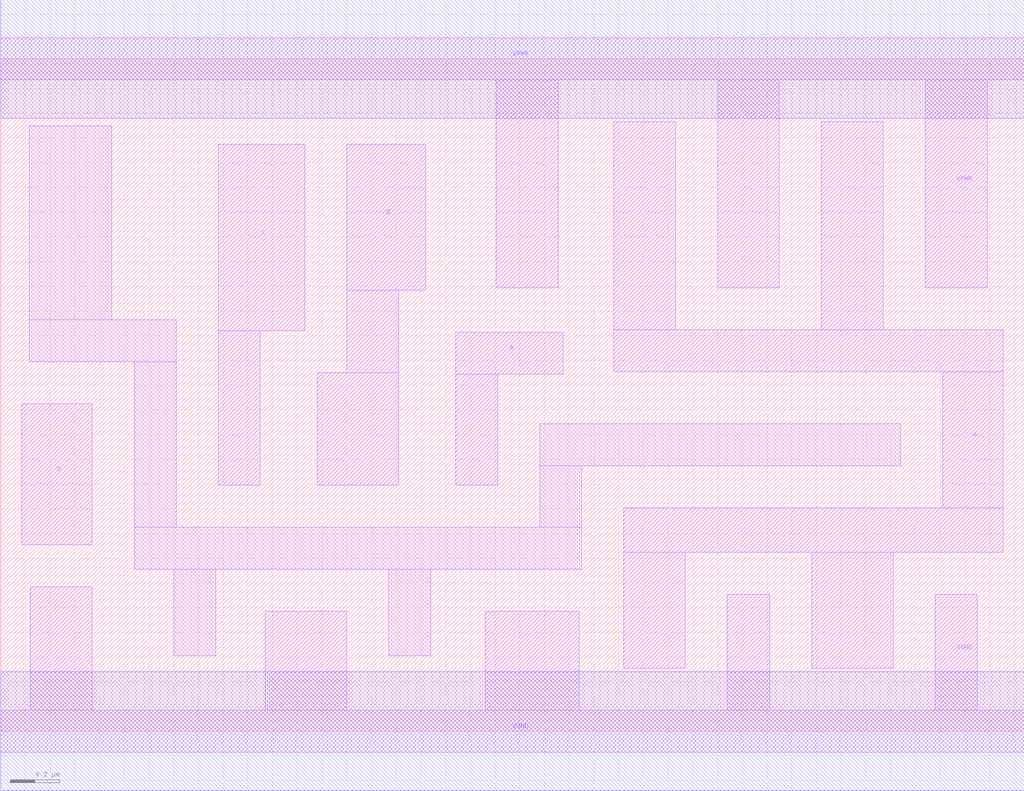
<source format=lef>
# Copyright 2020 The SkyWater PDK Authors
#
# Licensed under the Apache License, Version 2.0 (the "License");
# you may not use this file except in compliance with the License.
# You may obtain a copy of the License at
#
#     https://www.apache.org/licenses/LICENSE-2.0
#
# Unless required by applicable law or agreed to in writing, software
# distributed under the License is distributed on an "AS IS" BASIS,
# WITHOUT WARRANTIES OR CONDITIONS OF ANY KIND, either express or implied.
# See the License for the specific language governing permissions and
# limitations under the License.
#
# SPDX-License-Identifier: Apache-2.0

VERSION 5.5 ;
NAMESCASESENSITIVE ON ;
BUSBITCHARS "[]" ;
DIVIDERCHAR "/" ;
MACRO sky130_fd_sc_hd__or4_4
  CLASS CORE ;
  SOURCE USER ;
  ORIGIN  0.000000  0.000000 ;
  SIZE  4.140000 BY  2.720000 ;
  SYMMETRY X Y R90 ;
  SITE unithd ;
  PIN A
    ANTENNAGATEAREA  0.247500 ;
    DIRECTION INPUT ;
    USE SIGNAL ;
    PORT
      LAYER li1 ;
        RECT 1.840000 0.995000 2.010000 1.445000 ;
        RECT 1.840000 1.445000 2.275000 1.615000 ;
    END
  END A
  PIN B
    ANTENNAGATEAREA  0.247500 ;
    DIRECTION INPUT ;
    USE SIGNAL ;
    PORT
      LAYER li1 ;
        RECT 1.280000 0.995000 1.610000 1.450000 ;
        RECT 1.400000 1.450000 1.610000 1.785000 ;
        RECT 1.400000 1.785000 1.720000 2.375000 ;
    END
  END B
  PIN C
    ANTENNAGATEAREA  0.247500 ;
    DIRECTION INPUT ;
    USE SIGNAL ;
    PORT
      LAYER li1 ;
        RECT 0.880000 0.995000 1.050000 1.620000 ;
        RECT 0.880000 1.620000 1.230000 2.375000 ;
    END
  END C
  PIN D
    ANTENNAGATEAREA  0.247500 ;
    DIRECTION INPUT ;
    USE SIGNAL ;
    PORT
      LAYER li1 ;
        RECT 0.085000 0.755000 0.370000 1.325000 ;
    END
  END D
  PIN X
    ANTENNADIFFAREA  0.891000 ;
    DIRECTION OUTPUT ;
    USE SIGNAL ;
    PORT
      LAYER li1 ;
        RECT 2.480000 1.455000 4.055000 1.625000 ;
        RECT 2.480000 1.625000 2.730000 2.465000 ;
        RECT 2.520000 0.255000 2.770000 0.725000 ;
        RECT 2.520000 0.725000 4.055000 0.905000 ;
        RECT 3.280000 0.255000 3.610000 0.725000 ;
        RECT 3.320000 1.625000 3.570000 2.465000 ;
        RECT 3.810000 0.905000 4.055000 1.455000 ;
    END
  END X
  PIN VGND
    DIRECTION INOUT ;
    SHAPE ABUTMENT ;
    USE GROUND ;
    PORT
      LAYER li1 ;
        RECT 0.000000 -0.085000 4.140000 0.085000 ;
        RECT 0.120000  0.085000 0.370000 0.585000 ;
        RECT 1.070000  0.085000 1.400000 0.485000 ;
        RECT 1.960000  0.085000 2.340000 0.485000 ;
        RECT 2.940000  0.085000 3.110000 0.555000 ;
        RECT 3.780000  0.085000 3.950000 0.555000 ;
    END
    PORT
      LAYER met1 ;
        RECT 0.000000 -0.240000 4.140000 0.240000 ;
    END
  END VGND
  PIN VNB
    DIRECTION INOUT ;
    USE GROUND ;
    PORT
    END
  END VNB
  PIN VPB
    DIRECTION INOUT ;
    USE POWER ;
    PORT
    END
  END VPB
  PIN VPWR
    DIRECTION INOUT ;
    SHAPE ABUTMENT ;
    USE POWER ;
    PORT
      LAYER li1 ;
        RECT 0.000000 2.635000 4.140000 2.805000 ;
        RECT 2.005000 1.795000 2.255000 2.635000 ;
        RECT 2.900000 1.795000 3.150000 2.635000 ;
        RECT 3.740000 1.795000 3.990000 2.635000 ;
    END
    PORT
      LAYER met1 ;
        RECT 0.000000 2.480000 4.140000 2.960000 ;
    END
  END VPWR
  OBS
    LAYER li1 ;
      RECT 0.115000 1.495000 0.710000 1.665000 ;
      RECT 0.115000 1.665000 0.450000 2.450000 ;
      RECT 0.540000 0.655000 2.350000 0.825000 ;
      RECT 0.540000 0.825000 0.710000 1.495000 ;
      RECT 0.700000 0.305000 0.870000 0.655000 ;
      RECT 1.570000 0.305000 1.740000 0.655000 ;
      RECT 2.180000 0.825000 2.350000 1.075000 ;
      RECT 2.180000 1.075000 3.640000 1.245000 ;
  END
END sky130_fd_sc_hd__or4_4
END LIBRARY

</source>
